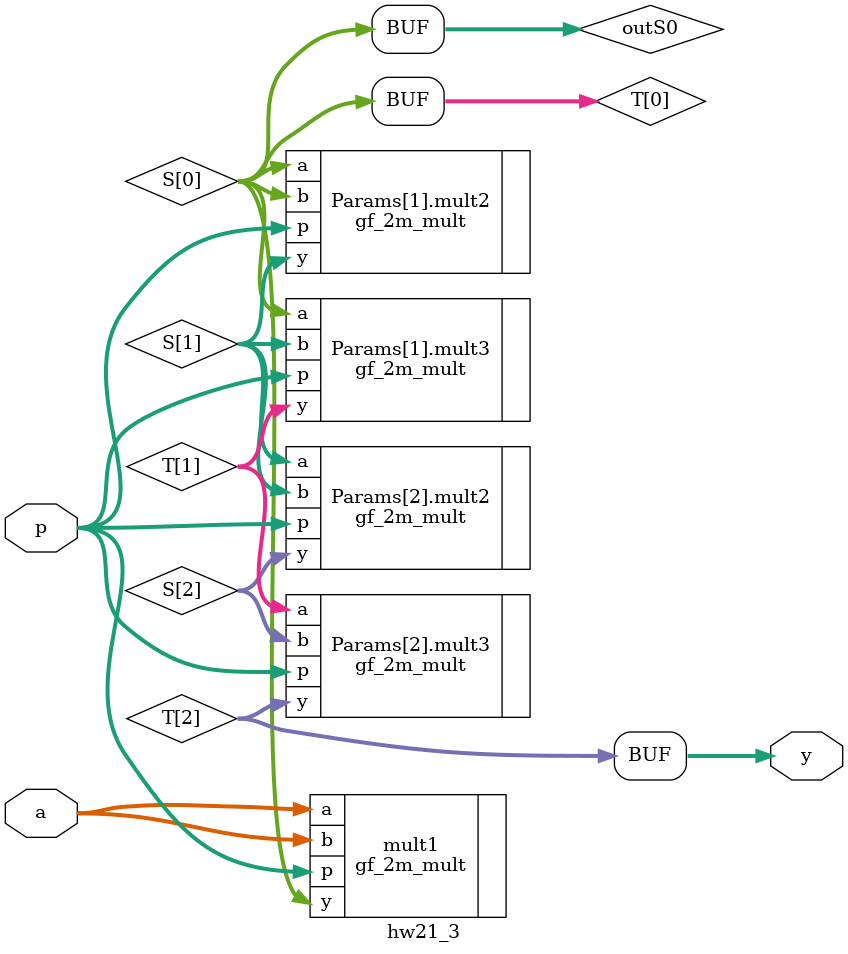
<source format=sv>

module  hw21_3  #(
  parameter  m  =  4  // Default value of m
)  (
  input  logic  [m-1:0]  a ,  // N-bit input A
  input  logic  [m-1:0]  p ,  // N-bit field polynomial
  output logic  [m-1:0]  y    // N-bit output Y
) ;

// Internal Nets // 

logic [m-1:0] outS0;

logic [m-1:0] S [m-1:0];
logic [m-1:0] T [m-2:0];

// Initilization //

gf_2m_mult #(
.m (m)) mult1(
.a (a),
.b (a),
.p (p),
.y (outS0)
);

assign S[0] = outS0;
assign T[0] = outS0;

// Iteration //

genvar i;

generate
	for (i = 1; i < m-1; i = i + 1)
		begin : Params
			gf_2m_mult #(
			.m (m)) mult2(
			.a (S[i-1]),
			.b (S[i-1]),
			.p (p),
			.y (S[i])
			);
			gf_2m_mult #(
			.m (m)) mult3(
			.a (T[i-1]),
			.b (S[i]),
			.p (p),
			.y (T[i])
			);
		end
endgenerate

// Finalization //

assign y = T[m-2];

endmodule

</source>
